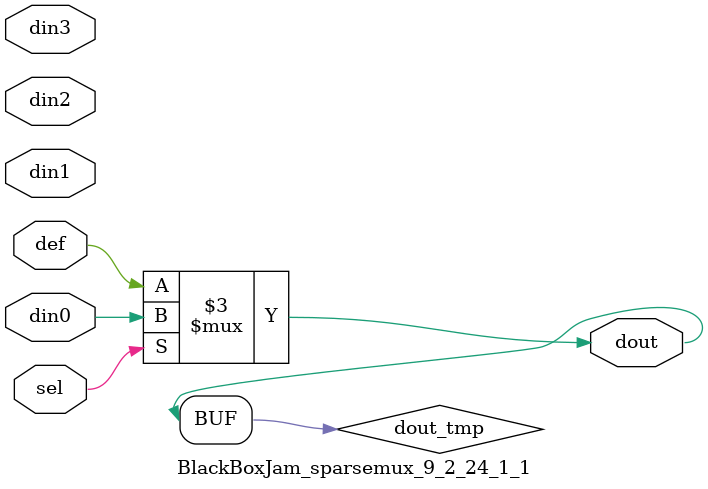
<source format=v>
`timescale 1ns / 1ps

module BlackBoxJam_sparsemux_9_2_24_1_1 (din0,din1,din2,din3,def,sel,dout);

parameter din0_WIDTH = 1;

parameter din1_WIDTH = 1;

parameter din2_WIDTH = 1;

parameter din3_WIDTH = 1;

parameter def_WIDTH = 1;
parameter sel_WIDTH = 1;
parameter dout_WIDTH = 1;

parameter [sel_WIDTH-1:0] CASE0 = 1;

parameter [sel_WIDTH-1:0] CASE1 = 1;

parameter [sel_WIDTH-1:0] CASE2 = 1;

parameter [sel_WIDTH-1:0] CASE3 = 1;

parameter ID = 1;
parameter NUM_STAGE = 1;



input [din0_WIDTH-1:0] din0;

input [din1_WIDTH-1:0] din1;

input [din2_WIDTH-1:0] din2;

input [din3_WIDTH-1:0] din3;

input [def_WIDTH-1:0] def;
input [sel_WIDTH-1:0] sel;

output [dout_WIDTH-1:0] dout;



reg [dout_WIDTH-1:0] dout_tmp;

always @ (*) begin
case (sel)
    
    CASE0 : dout_tmp = din0;
    
    CASE1 : dout_tmp = din1;
    
    CASE2 : dout_tmp = din2;
    
    CASE3 : dout_tmp = din3;
    
    default : dout_tmp = def;
endcase
end


assign dout = dout_tmp;



endmodule

</source>
